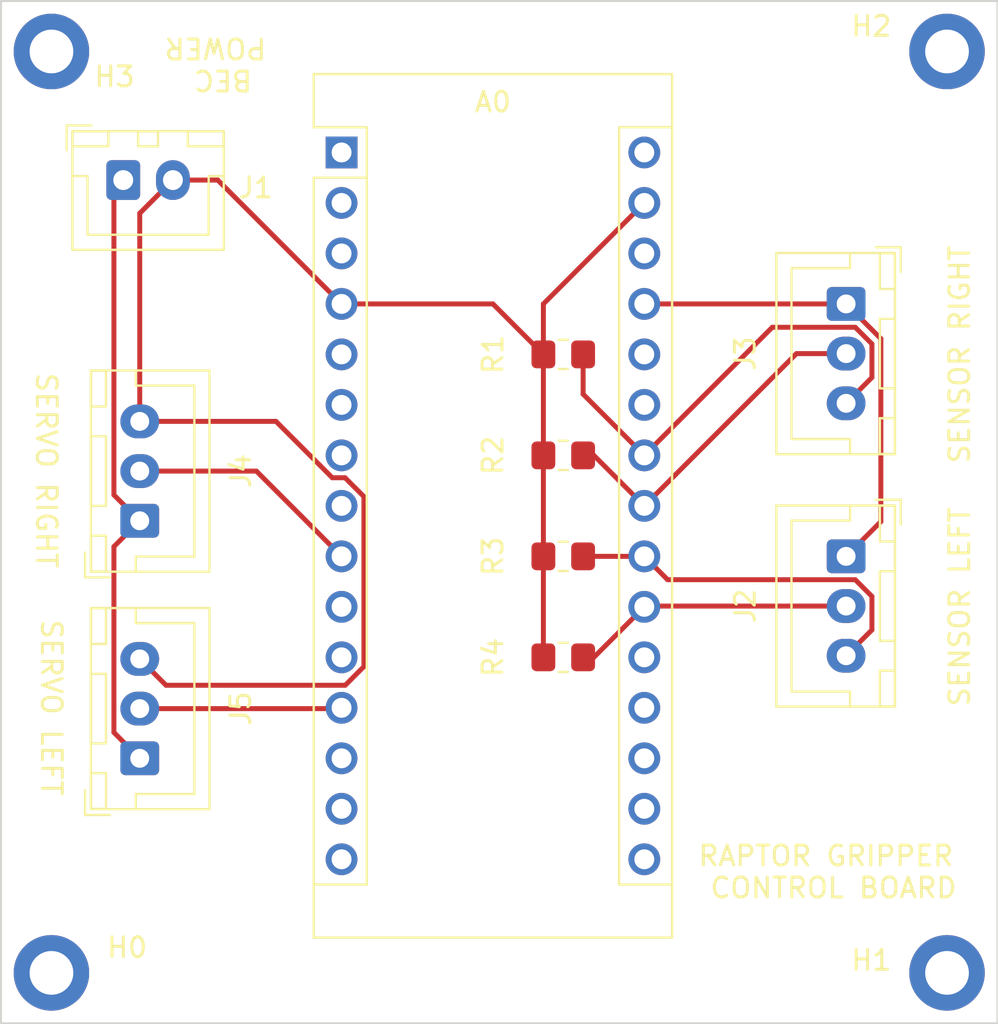
<source format=kicad_pcb>
(kicad_pcb (version 20211014) (generator pcbnew)
  (layers (0 "F.Cu" signal) (31 "B.Cu" signal) (34 "B.Paste" user) (35 "F.Paste" user) (36 "B.SilkS" user "B.Silkscreen") (37 "F.SilkS" user "F.Silkscreen") (38 "B.Mask" user) (39 "F.Mask" user) (44 "Edge.Cuts" user))
  (net 0 "")
  (net 4 "Net-(J4-Pad3)")
  (net 9 "Net-(J4-Pad2)")
  (net 12 "Net-(J5-Pad2)")
  (net 21 "Net-(J2-Pad2)")
  (net 22 "Net-(J2-Pad3)")
  (net 23 "Net-(J3-Pad2)")
  (net 24 "Net-(J3-Pad3)")
  (net 27 "Net-(J2-Pad1)")
  (net 30 "Net-(J5-Pad1)")
  (footprint "MountingHole:MountingHole_2.2mm_M2_DIN965_Pad_TopBottom" (layer "F.Cu") (at 79.375 45.72)
    (fp_text reference "H3" (at 3.175 1.27) (layer "F.SilkS"))
    (fp_text value "MountingHole")
    (pad "1" connect circle (at 0 0) (size 3.8 3.8) (layers "F.Cu" "F.Mask"))
    (pad "1" thru_hole circle (at 0 0) (size 2.6 2.6) (drill 2.2) (layers *.Cu *.Mask))
    (pad "1" connect circle (at 0 0) (size 3.8 3.8) (layers "B.Cu" "B.Mask"))
  )
  (footprint "Resistor_SMD:R_0805_2012Metric_Pad1.20x1.40mm_HandSolder" (layer "F.Cu") (at 105.14 76.2 180)
    (fp_text reference "R4" (at 3.54 0 90) (layer "F.SilkS"))
    (fp_text value "2.7k")
    (fp_line (start -0.227064 0.735) (end 0.227064 0.735) (layer "F.SilkS") (width 0.12))
    (fp_line (start -0.227064 -0.735) (end 0.227064 -0.735) (layer "F.SilkS") (width 0.12))
    (pad "1" smd roundrect (at -1 0 180) (size 1.2 1.4) (layers "F.Cu" "F.Paste" "F.Mask") (roundrect_rratio 0.2083333333) (net 21 "Net-(J2-Pad2)"))
    (pad "2" smd roundrect (at 1 0 180) (size 1.2 1.4) (layers "F.Cu" "F.Paste" "F.Mask") (roundrect_rratio 0.2083333333) (net 4 "Net-(J4-Pad3)"))
  )
  (footprint "MountingHole:MountingHole_2.2mm_M2_DIN965_Pad_TopBottom" (layer "F.Cu") (at 124.46 45.72)
    (fp_text reference "H2" (at -3.81 -1.27) (layer "F.SilkS"))
    (fp_text value "MountingHole")
    (pad "1" connect circle (at 0 0) (size 3.8 3.8) (layers "F.Cu" "F.Mask"))
    (pad "1" thru_hole circle (at 0 0) (size 2.6 2.6) (drill 2.2) (layers *.Cu *.Mask))
    (pad "1" connect circle (at 0 0) (size 3.8 3.8) (layers "B.Cu" "B.Mask"))
  )
  (footprint "MountingHole:MountingHole_2.2mm_M2_DIN965_Pad_TopBottom" (layer "F.Cu") (at 124.46 92.075)
    (fp_text reference "H1" (at -3.81 -0.635) (layer "F.SilkS"))
    (fp_text value "MountingHole")
    (pad "1" connect circle (at 0 0) (size 3.8 3.8) (layers "F.Cu" "F.Mask"))
    (pad "1" thru_hole circle (at 0 0) (size 2.6 2.6) (drill 2.2) (layers *.Cu *.Mask))
    (pad "1" connect circle (at 0 0) (size 3.8 3.8) (layers "B.Cu" "B.Mask"))
  )
  (footprint "Connector_JST:JST_XH_B2B-XH-A_1x02_P2.50mm_Vertical" (layer "F.Cu") (at 82.99 52.19)
    (fp_text reference "J1" (at 6.672 0.388) (layer "F.SilkS"))
    (fp_text value "Conn_01x02")
    (fp_line (start 5.05 -2.45) (end 3.25 -2.45) (layer "F.SilkS") (width 0.12))
    (fp_line (start -2.55 -0.2) (end -1.8 -0.2) (layer "F.SilkS") (width 0.12))
    (fp_line (start 5.05 -1.7) (end 5.05 -2.45) (layer "F.SilkS") (width 0.12))
    (fp_line (start -1.8 -0.2) (end -1.8 2.75) (layer "F.SilkS") (width 0.12))
    (fp_line (start 1.75 -1.7) (end 1.75 -2.45) (layer "F.SilkS") (width 0.12))
    (fp_line (start -1.6 -2.75) (end -2.85 -2.75) (layer "F.SilkS") (width 0.12))
    (fp_line (start 3.25 -2.45) (end 3.25 -1.7) (layer "F.SilkS") (width 0.12))
    (fp_line (start -2.55 -1.7) (end -0.75 -1.7) (layer "F.SilkS") (width 0.12))
    (fp_line (start 4.3 2.75) (end 1.25 2.75) (layer "F.SilkS") (width 0.12))
    (fp_line (start -2.56 -2.46) (end -2.56 3.51) (layer "F.SilkS") (width 0.12))
    (fp_line (start 0.75 -1.7) (end 1.75 -1.7) (layer "F.SilkS") (width 0.12))
    (fp_line (start 1.75 -2.45) (end 0.75 -2.45) (layer "F.SilkS") (width 0.12))
    (fp_line (start -1.8 2.75) (end 1.25 2.75) (layer "F.SilkS") (width 0.12))
    (fp_line (start 4.3 -0.2) (end 4.3 2.75) (layer "F.SilkS") (width 0.12))
    (fp_line (start -2.56 3.51) (end 5.06 3.51) (layer "F.SilkS") (width 0.12))
    (fp_line (start 5.06 -2.46) (end -2.56 -2.46) (layer "F.SilkS") (width 0.12))
    (fp_line (start -2.55 -2.45) (end -2.55 -1.7) (layer "F.SilkS") (width 0.12))
    (fp_line (start -0.75 -1.7) (end -0.75 -2.45) (layer "F.SilkS") (width 0.12))
    (fp_line (start -0.75 -2.45) (end -2.55 -2.45) (layer "F.SilkS") (width 0.12))
    (fp_line (start 5.06 3.51) (end 5.06 -2.46) (layer "F.SilkS") (width 0.12))
    (fp_line (start 0.75 -2.45) (end 0.75 -1.7) (layer "F.SilkS") (width 0.12))
    (fp_line (start 5.05 -0.2) (end 4.3 -0.2) (layer "F.SilkS") (width 0.12))
    (fp_line (start 3.25 -1.7) (end 5.05 -1.7) (layer "F.SilkS") (width 0.12))
    (fp_line (start -2.85 -2.75) (end -2.85 -1.5) (layer "F.SilkS") (width 0.12))
    (pad "1" thru_hole roundrect (at 0 0) (size 1.7 2) (drill 1) (layers *.Cu *.Mask) (roundrect_rratio 0.1470588235) (net 30 "Net-(J5-Pad1)"))
    (pad "2" thru_hole oval (at 2.5 0) (size 1.7 2) (drill 1) (layers *.Cu *.Mask) (net 4 "Net-(J4-Pad3)"))
  )
  (footprint "Resistor_SMD:R_0805_2012Metric_Pad1.20x1.40mm_HandSolder" (layer "F.Cu") (at 105.14 66.04 180)
    (fp_text reference "R2" (at 3.54 0 90) (layer "F.SilkS"))
    (fp_text value "2.7k")
    (fp_line (start -0.227064 -0.735) (end 0.227064 -0.735) (layer "F.SilkS") (width 0.12))
    (fp_line (start -0.227064 0.735) (end 0.227064 0.735) (layer "F.SilkS") (width 0.12))
    (pad "1" smd roundrect (at -1 0 180) (size 1.2 1.4) (layers "F.Cu" "F.Paste" "F.Mask") (roundrect_rratio 0.2083333333) (net 23 "Net-(J3-Pad2)"))
    (pad "2" smd roundrect (at 1 0 180) (size 1.2 1.4) (layers "F.Cu" "F.Paste" "F.Mask") (roundrect_rratio 0.2083333333) (net 4 "Net-(J4-Pad3)"))
  )
  (footprint "Connector_JST:JST_XH_B3B-XH-A_1x03_P2.50mm_Vertical" (layer "F.Cu") (at 83.82 81.28 90)
    (fp_text reference "J5" (at 2.5 5.08 90) (layer "F.SilkS"))
    (fp_text value "Conn_01x03")
    (fp_line (start 6.8 2.75) (end 2.5 2.75) (layer "F.SilkS") (width 0.12))
    (fp_line (start -0.75 -1.7) (end -0.75 -2.45) (layer "F.SilkS") (width 0.12))
    (fp_line (start -1.8 2.75) (end 2.5 2.75) (layer "F.SilkS") (width 0.12))
    (fp_line (start -1.8 -0.2) (end -1.8 2.75) (layer "F.SilkS") (width 0.12))
    (fp_line (start 0.75 -2.45) (end 0.75 -1.7) (layer "F.SilkS") (width 0.12))
    (fp_line (start 7.55 -0.2) (end 6.8 -0.2) (layer "F.SilkS") (width 0.12))
    (fp_line (start -2.56 -2.46) (end -2.56 3.51) (layer "F.SilkS") (width 0.12))
    (fp_line (start -2.56 3.51) (end 7.56 3.51) (layer "F.SilkS") (width 0.12))
    (fp_line (start 0.75 -1.7) (end 4.25 -1.7) (layer "F.SilkS") (width 0.12))
    (fp_line (start -2.55 -1.7) (end -0.75 -1.7) (layer "F.SilkS") (width 0.12))
    (fp_line (start -2.55 -2.45) (end -2.55 -1.7) (layer "F.SilkS") (width 0.12))
    (fp_line (start -2.55 -0.2) (end -1.8 -0.2) (layer "F.SilkS") (width 0.12))
    (fp_line (start -0.75 -2.45) (end -2.55 -2.45) (layer "F.SilkS") (width 0.12))
    (fp_line (start 5.75 -1.7) (end 7.55 -1.7) (layer "F.SilkS") (width 0.12))
    (fp_line (start -1.6 -2.75) (end -2.85 -2.75) (layer "F.SilkS") (width 0.12))
    (fp_line (start 4.25 -1.7) (end 4.25 -2.45) (layer "F.SilkS") (width 0.12))
    (fp_line (start 7.56 -2.46) (end -2.56 -2.46) (layer "F.SilkS") (width 0.12))
    (fp_line (start -2.85 -2.75) (end -2.85 -1.5) (layer "F.SilkS") (width 0.12))
    (fp_line (start 5.75 -2.45) (end 5.75 -1.7) (layer "F.SilkS") (width 0.12))
    (fp_line (start 7.56 3.51) (end 7.56 -2.46) (layer "F.SilkS") (width 0.12))
    (fp_line (start 7.55 -2.45) (end 5.75 -2.45) (layer "F.SilkS") (width 0.12))
    (fp_line (start 7.55 -1.7) (end 7.55 -2.45) (layer "F.SilkS") (width 0.12))
    (fp_line (start 6.8 -0.2) (end 6.8 2.75) (layer "F.SilkS") (width 0.12))
    (fp_line (start 4.25 -2.45) (end 0.75 -2.45) (layer "F.SilkS") (width 0.12))
    (pad "1" thru_hole roundrect (at 0 0 90) (size 1.7 1.95) (drill 0.95) (layers *.Cu *.Mask) (roundrect_rratio 0.1470588235) (net 30 "Net-(J5-Pad1)"))
    (pad "2" thru_hole oval (at 2.5 0 90) (size 1.7 1.95) (drill 0.95) (layers *.Cu *.Mask) (net 12 "Net-(J5-Pad2)"))
    (pad "3" thru_hole oval (at 5 0 90) (size 1.7 1.95) (drill 0.95) (layers *.Cu *.Mask) (net 4 "Net-(J4-Pad3)"))
  )
  (footprint "Connector_JST:JST_XH_B3B-XH-A_1x03_P2.50mm_Vertical" (layer "F.Cu") (at 119.38 58.42 -90)
    (fp_text reference "J3" (at 2.5 5.08 90) (layer "F.SilkS"))
    (fp_text value "Conn_01x03")
    (fp_line (start -0.75 -2.45) (end -2.55 -2.45) (layer "F.SilkS") (width 0.12))
    (fp_line (start -2.55 -0.2) (end -1.8 -0.2) (layer "F.SilkS") (width 0.12))
    (fp_line (start -2.55 -1.7) (end -0.75 -1.7) (layer "F.SilkS") (width 0.12))
    (fp_line (start -0.75 -1.7) (end -0.75 -2.45) (layer "F.SilkS") (width 0.12))
    (fp_line (start -1.8 -0.2) (end -1.8 2.75) (layer "F.SilkS") (width 0.12))
    (fp_line (start -2.55 -2.45) (end -2.55 -1.7) (layer "F.SilkS") (width 0.12))
    (fp_line (start 7.56 -2.46) (end -2.56 -2.46) (layer "F.SilkS") (width 0.12))
    (fp_line (start 7.55 -1.7) (end 7.55 -2.45) (layer "F.SilkS") (width 0.12))
    (fp_line (start 6.8 -0.2) (end 6.8 2.75) (layer "F.SilkS") (width 0.12))
    (fp_line (start -2.56 -2.46) (end -2.56 3.51) (layer "F.SilkS") (width 0.12))
    (fp_line (start -1.8 2.75) (end 2.5 2.75) (layer "F.SilkS") (width 0.12))
    (fp_line (start 5.75 -2.45) (end 5.75 -1.7) (layer "F.SilkS") (width 0.12))
    (fp_line (start 0.75 -1.7) (end 4.25 -1.7) (layer "F.SilkS") (width 0.12))
    (fp_line (start -2.56 3.51) (end 7.56 3.51) (layer "F.SilkS") (width 0.12))
    (fp_line (start 4.25 -1.7) (end 4.25 -2.45) (layer "F.SilkS") (width 0.12))
    (fp_line (start -2.85 -2.75) (end -2.85 -1.5) (layer "F.SilkS") (width 0.12))
    (fp_line (start 4.25 -2.45) (end 0.75 -2.45) (layer "F.SilkS") (width 0.12))
    (fp_line (start -1.6 -2.75) (end -2.85 -2.75) (layer "F.SilkS") (width 0.12))
    (fp_line (start 6.8 2.75) (end 2.5 2.75) (layer "F.SilkS") (width 0.12))
    (fp_line (start 7.55 -2.45) (end 5.75 -2.45) (layer "F.SilkS") (width 0.12))
    (fp_line (start 7.55 -0.2) (end 6.8 -0.2) (layer "F.SilkS") (width 0.12))
    (fp_line (start 7.56 3.51) (end 7.56 -2.46) (layer "F.SilkS") (width 0.12))
    (fp_line (start 0.75 -2.45) (end 0.75 -1.7) (layer "F.SilkS") (width 0.12))
    (fp_line (start 5.75 -1.7) (end 7.55 -1.7) (layer "F.SilkS") (width 0.12))
    (pad "1" thru_hole roundrect (at 0 0 270) (size 1.7 1.95) (drill 0.95) (layers *.Cu *.Mask) (roundrect_rratio 0.1470588235) (net 27 "Net-(J2-Pad1)"))
    (pad "2" thru_hole oval (at 2.5 0 270) (size 1.7 1.95) (drill 0.95) (layers *.Cu *.Mask) (net 23 "Net-(J3-Pad2)"))
    (pad "3" thru_hole oval (at 5 0 270) (size 1.7 1.95) (drill 0.95) (layers *.Cu *.Mask) (net 24 "Net-(J3-Pad3)"))
  )
  (footprint "Module:Arduino_Nano" (layer "F.Cu") (at 93.98 50.8)
    (fp_text reference "A0" (at 7.62 -2.54) (layer "F.SilkS"))
    (fp_text value "Arduino_Nano_Every")
    (fp_line (start 1.27 -1.27) (end -1.4 -1.27) (layer "F.SilkS") (width 0.12))
    (fp_line (start 1.27 1.27) (end 1.27 -1.27) (layer "F.SilkS") (width 0.12))
    (fp_line (start -1.4 39.5) (end 16.64 39.5) (layer "F.SilkS") (width 0.12))
    (fp_line (start 13.97 36.83) (end 16.64 36.83) (layer "F.SilkS") (width 0.12))
    (fp_line (start 1.27 36.83) (end -1.4 36.83) (layer "F.SilkS") (width 0.12))
    (fp_line (start 16.64 39.5) (end 16.64 -3.94) (layer "F.SilkS") (width 0.12))
    (fp_line (start 16.64 -3.94) (end -1.4 -3.94) (layer "F.SilkS") (width 0.12))
    (fp_line (start 13.97 -1.27) (end 16.64 -1.27) (layer "F.SilkS") (width 0.12))
    (fp_line (start -1.4 1.27) (end -1.4 39.5) (layer "F.SilkS") (width 0.12))
    (fp_line (start 1.27 1.27) (end -1.4 1.27) (layer "F.SilkS") (width 0.12))
    (fp_line (start 13.97 -1.27) (end 13.97 36.83) (layer "F.SilkS") (width 0.12))
    (fp_line (start -1.4 -3.94) (end -1.4 -1.27) (layer "F.SilkS") (width 0.12))
    (fp_line (start 1.27 1.27) (end 1.27 36.83) (layer "F.SilkS") (width 0.12))
    (pad "1" thru_hole rect (at 0 0) (size 1.6 1.6) (drill 1) (layers *.Cu *.Mask))
    (pad "2" thru_hole oval (at 0 2.54) (size 1.6 1.6) (drill 1) (layers *.Cu *.Mask))
    (pad "3" thru_hole oval (at 0 5.08) (size 1.6 1.6) (drill 1) (layers *.Cu *.Mask))
    (pad "4" thru_hole oval (at 0 7.62) (size 1.6 1.6) (drill 1) (layers *.Cu *.Mask) (net 4 "Net-(J4-Pad3)"))
    (pad "5" thru_hole oval (at 0 10.16) (size 1.6 1.6) (drill 1) (layers *.Cu *.Mask))
    (pad "6" thru_hole oval (at 0 12.7) (size 1.6 1.6) (drill 1) (layers *.Cu *.Mask))
    (pad "7" thru_hole oval (at 0 15.24) (size 1.6 1.6) (drill 1) (layers *.Cu *.Mask))
    (pad "8" thru_hole oval (at 0 17.78) (size 1.6 1.6) (drill 1) (layers *.Cu *.Mask))
    (pad "9" thru_hole oval (at 0 20.32) (size 1.6 1.6) (drill 1) (layers *.Cu *.Mask) (net 9 "Net-(J4-Pad2)"))
    (pad "10" thru_hole oval (at 0 22.86) (size 1.6 1.6) (drill 1) (layers *.Cu *.Mask))
    (pad "11" thru_hole oval (at 0 25.4) (size 1.6 1.6) (drill 1) (layers *.Cu *.Mask))
    (pad "12" thru_hole oval (at 0 27.94) (size 1.6 1.6) (drill 1) (layers *.Cu *.Mask) (net 12 "Net-(J5-Pad2)"))
    (pad "13" thru_hole oval (at 0 30.48) (size 1.6 1.6) (drill 1) (layers *.Cu *.Mask))
    (pad "14" thru_hole oval (at 0 33.02) (size 1.6 1.6) (drill 1) (layers *.Cu *.Mask))
    (pad "15" thru_hole oval (at 0 35.56) (size 1.6 1.6) (drill 1) (layers *.Cu *.Mask))
    (pad "16" thru_hole oval (at 15.24 35.56) (size 1.6 1.6) (drill 1) (layers *.Cu *.Mask))
    (pad "17" thru_hole oval (at 15.24 33.02) (size 1.6 1.6) (drill 1) (layers *.Cu *.Mask))
    (pad "18" thru_hole oval (at 15.24 30.48) (size 1.6 1.6) (drill 1) (layers *.Cu *.Mask))
    (pad "19" thru_hole oval (at 15.24 27.94) (size 1.6 1.6) (drill 1) (layers *.Cu *.Mask))
    (pad "20" thru_hole oval (at 15.24 25.4) (size 1.6 1.6) (drill 1) (layers *.Cu *.Mask))
    (pad "21" thru_hole oval (at 15.24 22.86) (size 1.6 1.6) (drill 1) (layers *.Cu *.Mask) (net 21 "Net-(J2-Pad2)"))
    (pad "22" thru_hole oval (at 15.24 20.32) (size 1.6 1.6) (drill 1) (layers *.Cu *.Mask) (net 22 "Net-(J2-Pad3)"))
    (pad "23" thru_hole oval (at 15.24 17.78) (size 1.6 1.6) (drill 1) (layers *.Cu *.Mask) (net 23 "Net-(J3-Pad2)"))
    (pad "24" thru_hole oval (at 15.24 15.24) (size 1.6 1.6) (drill 1) (layers *.Cu *.Mask) (net 24 "Net-(J3-Pad3)"))
    (pad "25" thru_hole oval (at 15.24 12.7) (size 1.6 1.6) (drill 1) (layers *.Cu *.Mask))
    (pad "26" thru_hole oval (at 15.24 10.16) (size 1.6 1.6) (drill 1) (layers *.Cu *.Mask))
    (pad "27" thru_hole oval (at 15.24 7.62) (size 1.6 1.6) (drill 1) (layers *.Cu *.Mask) (net 27 "Net-(J2-Pad1)"))
    (pad "28" thru_hole oval (at 15.24 5.08) (size 1.6 1.6) (drill 1) (layers *.Cu *.Mask))
    (pad "29" thru_hole oval (at 15.24 2.54) (size 1.6 1.6) (drill 1) (layers *.Cu *.Mask) (net 4 "Net-(J4-Pad3)"))
    (pad "30" thru_hole oval (at 15.24 0) (size 1.6 1.6) (drill 1) (layers *.Cu *.Mask))
  )
  (footprint "MountingHole:MountingHole_2.2mm_M2_DIN965_Pad_TopBottom" (layer "F.Cu") (at 79.375 92.075)
    (fp_text reference "H0" (at 3.81 -1.27) (layer "F.SilkS"))
    (fp_text value "MountingHole")
    (pad "1" connect circle (at 0 0) (size 3.8 3.8) (layers "B.Cu" "B.Mask"))
    (pad "1" thru_hole circle (at 0 0) (size 2.6 2.6) (drill 2.2) (layers *.Cu *.Mask))
    (pad "1" connect circle (at 0 0) (size 3.8 3.8) (layers "F.Cu" "F.Mask"))
  )
  (footprint "Resistor_SMD:R_0805_2012Metric_Pad1.20x1.40mm_HandSolder" (layer "F.Cu") (at 105.14 60.96 180)
    (fp_text reference "R1" (at 3.54 0 90) (layer "F.SilkS"))
    (fp_text value "2.7k")
    (fp_line (start -0.227064 0.735) (end 0.227064 0.735) (layer "F.SilkS") (width 0.12))
    (fp_line (start -0.227064 -0.735) (end 0.227064 -0.735) (layer "F.SilkS") (width 0.12))
    (pad "1" smd roundrect (at -1 0 180) (size 1.2 1.4) (layers "F.Cu" "F.Paste" "F.Mask") (roundrect_rratio 0.2083333333) (net 24 "Net-(J3-Pad3)"))
    (pad "2" smd roundrect (at 1 0 180) (size 1.2 1.4) (layers "F.Cu" "F.Paste" "F.Mask") (roundrect_rratio 0.2083333333) (net 4 "Net-(J4-Pad3)"))
  )
  (footprint "Connector_JST:JST_XH_B3B-XH-A_1x03_P2.50mm_Vertical" (layer "F.Cu") (at 119.38 71.12 -90)
    (fp_text reference "J2" (at 2.5 5.08 90) (layer "F.SilkS"))
    (fp_text value "Conn_01x03")
    (fp_line (start -2.55 -2.45) (end -2.55 -1.7) (layer "F.SilkS") (width 0.12))
    (fp_line (start -1.8 -0.2) (end -1.8 2.75) (layer "F.SilkS") (width 0.12))
    (fp_line (start 6.8 2.75) (end 2.5 2.75) (layer "F.SilkS") (width 0.12))
    (fp_line (start 7.56 -2.46) (end -2.56 -2.46) (layer "F.SilkS") (width 0.12))
    (fp_line (start 4.25 -1.7) (end 4.25 -2.45) (layer "F.SilkS") (width 0.12))
    (fp_line (start 0.75 -2.45) (end 0.75 -1.7) (layer "F.SilkS") (width 0.12))
    (fp_line (start 4.25 -2.45) (end 0.75 -2.45) (layer "F.SilkS") (width 0.12))
    (fp_line (start -0.75 -1.7) (end -0.75 -2.45) (layer "F.SilkS") (width 0.12))
    (fp_line (start -1.6 -2.75) (end -2.85 -2.75) (layer "F.SilkS") (width 0.12))
    (fp_line (start 7.55 -0.2) (end 6.8 -0.2) (layer "F.SilkS") (width 0.12))
    (fp_line (start -1.8 2.75) (end 2.5 2.75) (layer "F.SilkS") (width 0.12))
    (fp_line (start -2.55 -1.7) (end -0.75 -1.7) (layer "F.SilkS") (width 0.12))
    (fp_line (start -2.56 -2.46) (end -2.56 3.51) (layer "F.SilkS") (width 0.12))
    (fp_line (start 5.75 -1.7) (end 7.55 -1.7) (layer "F.SilkS") (width 0.12))
    (fp_line (start -0.75 -2.45) (end -2.55 -2.45) (layer "F.SilkS") (width 0.12))
    (fp_line (start 7.55 -1.7) (end 7.55 -2.45) (layer "F.SilkS") (width 0.12))
    (fp_line (start 6.8 -0.2) (end 6.8 2.75) (layer "F.SilkS") (width 0.12))
    (fp_line (start 0.75 -1.7) (end 4.25 -1.7) (layer "F.SilkS") (width 0.12))
    (fp_line (start 7.56 3.51) (end 7.56 -2.46) (layer "F.SilkS") (width 0.12))
    (fp_line (start -2.55 -0.2) (end -1.8 -0.2) (layer "F.SilkS") (width 0.12))
    (fp_line (start -2.85 -2.75) (end -2.85 -1.5) (layer "F.SilkS") (width 0.12))
    (fp_line (start -2.56 3.51) (end 7.56 3.51) (layer "F.SilkS") (width 0.12))
    (fp_line (start 5.75 -2.45) (end 5.75 -1.7) (layer "F.SilkS") (width 0.12))
    (fp_line (start 7.55 -2.45) (end 5.75 -2.45) (layer "F.SilkS") (width 0.12))
    (pad "1" thru_hole roundrect (at 0 0 270) (size 1.7 1.95) (drill 0.95) (layers *.Cu *.Mask) (roundrect_rratio 0.1470588235) (net 27 "Net-(J2-Pad1)"))
    (pad "2" thru_hole oval (at 2.5 0 270) (size 1.7 1.95) (drill 0.95) (layers *.Cu *.Mask) (net 21 "Net-(J2-Pad2)"))
    (pad "3" thru_hole oval (at 5 0 270) (size 1.7 1.95) (drill 0.95) (layers *.Cu *.Mask) (net 22 "Net-(J2-Pad3)"))
  )
  (footprint "Connector_JST:JST_XH_B3B-XH-A_1x03_P2.50mm_Vertical" (layer "F.Cu") (at 83.82 69.33 90)
    (fp_text reference "J4" (at 2.5 5.08 90) (layer "F.SilkS"))
    (fp_text value "Conn_01x03")
    (fp_line (start 0.75 -2.45) (end 0.75 -1.7) (layer "F.SilkS") (width 0.12))
    (fp_line (start -1.6 -2.75) (end -2.85 -2.75) (layer "F.SilkS") (width 0.12))
    (fp_line (start 4.25 -2.45) (end 0.75 -2.45) (layer "F.SilkS") (width 0.12))
    (fp_line (start -2.56 -2.46) (end -2.56 3.51) (layer "F.SilkS") (width 0.12))
    (fp_line (start -0.75 -2.45) (end -2.55 -2.45) (layer "F.SilkS") (width 0.12))
    (fp_line (start 7.55 -0.2) (end 6.8 -0.2) (layer "F.SilkS") (width 0.12))
    (fp_line (start 7.56 -2.46) (end -2.56 -2.46) (layer "F.SilkS") (width 0.12))
    (fp_line (start 5.75 -2.45) (end 5.75 -1.7) (layer "F.SilkS") (width 0.12))
    (fp_line (start 0.75 -1.7) (end 4.25 -1.7) (layer "F.SilkS") (width 0.12))
    (fp_line (start 5.75 -1.7) (end 7.55 -1.7) (layer "F.SilkS") (width 0.12))
    (fp_line (start 7.55 -1.7) (end 7.55 -2.45) (layer "F.SilkS") (width 0.12))
    (fp_line (start 4.25 -1.7) (end 4.25 -2.45) (layer "F.SilkS") (width 0.12))
    (fp_line (start -1.8 -0.2) (end -1.8 2.75) (layer "F.SilkS") (width 0.12))
    (fp_line (start -2.56 3.51) (end 7.56 3.51) (layer "F.SilkS") (width 0.12))
    (fp_line (start 6.8 -0.2) (end 6.8 2.75) (layer "F.SilkS") (width 0.12))
    (fp_line (start 7.55 -2.45) (end 5.75 -2.45) (layer "F.SilkS") (width 0.12))
    (fp_line (start -0.75 -1.7) (end -0.75 -2.45) (layer "F.SilkS") (width 0.12))
    (fp_line (start -2.55 -0.2) (end -1.8 -0.2) (layer "F.SilkS") (width 0.12))
    (fp_line (start -2.55 -1.7) (end -0.75 -1.7) (layer "F.SilkS") (width 0.12))
    (fp_line (start 7.56 3.51) (end 7.56 -2.46) (layer "F.SilkS") (width 0.12))
    (fp_line (start 6.8 2.75) (end 2.5 2.75) (layer "F.SilkS") (width 0.12))
    (fp_line (start -2.55 -2.45) (end -2.55 -1.7) (layer "F.SilkS") (width 0.12))
    (fp_line (start -2.85 -2.75) (end -2.85 -1.5) (layer "F.SilkS") (width 0.12))
    (fp_line (start -1.8 2.75) (end 2.5 2.75) (layer "F.SilkS") (width 0.12))
    (pad "1" thru_hole roundrect (at 0 0 90) (size 1.7 1.95) (drill 0.95) (layers *.Cu *.Mask) (roundrect_rratio 0.1470588235) (net 30 "Net-(J5-Pad1)"))
    (pad "2" thru_hole oval (at 2.5 0 90) (size 1.7 1.95) (drill 0.95) (layers *.Cu *.Mask) (net 9 "Net-(J4-Pad2)"))
    (pad "3" thru_hole oval (at 5 0 90) (size 1.7 1.95) (drill 0.95) (layers *.Cu *.Mask) (net 4 "Net-(J4-Pad3)"))
  )
  (footprint "Resistor_SMD:R_0805_2012Metric_Pad1.20x1.40mm_HandSolder" (layer "F.Cu") (at 105.14 71.12 180)
    (fp_text reference "R3" (at 3.54 0 90) (layer "F.SilkS"))
    (fp_text value "2.7k")
    (fp_line (start -0.227064 0.735) (end 0.227064 0.735) (layer "F.SilkS") (width 0.12))
    (fp_line (start -0.227064 -0.735) (end 0.227064 -0.735) (layer "F.SilkS") (width 0.12))
    (pad "1" smd roundrect (at -1 0 180) (size 1.2 1.4) (layers "F.Cu" "F.Paste" "F.Mask") (roundrect_rratio 0.2083333333) (net 22 "Net-(J2-Pad3)"))
    (pad "2" smd roundrect (at 1 0 180) (size 1.2 1.4) (layers "F.Cu" "F.Paste" "F.Mask") (roundrect_rratio 0.2083333333) (net 4 "Net-(J4-Pad3)"))
  )
  (gr_rect (start 76.835 43.18) (end 127 94.615) (layer "Edge.Cuts") (width 0.1) (fill none))
  (gr_text "SENSOR LEFT" (at 125.095 73.66 90) (layer "F.SilkS") (effects (font (size 1 1))))
  (gr_text "SERVO LEFT" (at 79.375 78.74 270) (layer "F.SilkS") (effects (font (size 1 1))))
  (gr_text "RAPTOR GRIPPER \nCONTROL BOARD\n" (at 118.745 86.995) (layer "F.SilkS") (effects (font (size 1 1))))
  (gr_text "BEC \nPOWER" (at 87.63 46.355 180) (layer "F.SilkS") (effects (font (size 1 1))))
  (gr_text "SENSOR RIGHT" (at 125.095 60.96 90) (layer "F.SilkS") (effects (font (size 1 1))))
  (gr_text "SERVO RIGHT" (at 79.121 66.802 270) (layer "F.SilkS") (effects (font (size 1 1))))
  (segment (start 104.14 60.96) (end 104.14 58.42) (width 0.25) (layer "F.Cu") (net 4))
  (segment (start 87.75 52.19) (end 93.98 58.42) (width 0.25) (layer "F.Cu") (net 4))
  (segment (start 90.6797 64.33) (end 93.514211 67.164511) (width 0.25) (layer "F.Cu") (net 4))
  (segment (start 93.514211 67.164511) (end 94.154811 67.164511) (width 0.25) (layer "F.Cu") (net 4))
  (segment (start 101.6 58.42) (end 93.98 58.42) (width 0.25) (layer "F.Cu") (net 4))
  (segment (start 104.14 60.96) (end 104.14 66.04) (width 0.25) (layer "F.Cu") (net 4))
  (segment (start 104.14 60.96) (end 101.6 58.42) (width 0.25) (layer "F.Cu") (net 4))
  (segment (start 83.82 64.33) (end 90.6797 64.33) (width 0.25) (layer "F.Cu") (net 4))
  (segment (start 85.14548 77.60548) (end 83.82 76.28) (width 0.25) (layer "F.Cu") (net 4))
  (segment (start 104.14 76.2) (end 104.14 71.12) (width 0.25) (layer "F.Cu") (net 4))
  (segment (start 94.16482 77.60548) (end 85.14548 77.60548) (width 0.25) (layer "F.Cu") (net 4))
  (segment (start 94.154811 67.164511) (end 95.104511 68.114211) (width 0.25) (layer "F.Cu") (net 4))
  (segment (start 104.14 71.12) (end 104.14 66.04) (width 0.25) (layer "F.Cu") (net 4))
  (segment (start 95.104511 68.114211) (end 95.104511 76.665789) (width 0.25) (layer "F.Cu") (net 4))
  (segment (start 95.104511 76.665789) (end 94.16482 77.60548) (width 0.25) (layer "F.Cu") (net 4))
  (segment (start 83.82 53.86) (end 85.49 52.19) (width 0.25) (layer "F.Cu") (net 4))
  (segment (start 85.49 52.19) (end 87.75 52.19) (width 0.25) (layer "F.Cu") (net 4))
  (segment (start 83.82 64.33) (end 83.82 53.86) (width 0.25) (layer "F.Cu") (net 4))
  (segment (start 104.14 58.42) (end 109.22 53.34) (width 0.25) (layer "F.Cu") (net 4))
  (segment (start 83.82 66.83) (end 89.69 66.83) (width 0.25) (layer "F.Cu") (net 9))
  (segment (start 89.69 66.83) (end 93.98 71.12) (width 0.25) (layer "F.Cu") (net 9))
  (segment (start 83.82 78.78) (end 93.94 78.78) (width 0.25) (layer "F.Cu") (net 12))
  (segment (start 93.94 78.78) (end 93.98 78.74) (width 0.25) (layer "F.Cu") (net 12))
  (segment (start 106.68 76.2) (end 109.22 73.66) (width 0.25) (layer "F.Cu") (net 21))
  (segment (start 109.26 73.62) (end 109.22 73.66) (width 0.25) (layer "F.Cu") (net 21))
  (segment (start 106.14 76.2) (end 106.68 76.2) (width 0.25) (layer "F.Cu") (net 21))
  (segment (start 119.38 73.62) (end 109.26 73.62) (width 0.25) (layer "F.Cu") (net 21))
  (segment (start 119.840542 72.29452) (end 110.39452 72.29452) (width 0.25) (layer "F.Cu") (net 22))
  (segment (start 119.38 76.12) (end 120.67952 74.82048) (width 0.25) (layer "F.Cu") (net 22))
  (segment (start 120.67952 74.82048) (end 120.67952 73.133498) (width 0.25) (layer "F.Cu") (net 22))
  (segment (start 110.39452 72.29452) (end 109.22 71.12) (width 0.25) (layer "F.Cu") (net 22))
  (segment (start 120.67952 73.133498) (end 119.840542 72.29452) (width 0.25) (layer "F.Cu") (net 22))
  (segment (start 106.14 71.12) (end 109.22 71.12) (width 0.25) (layer "F.Cu") (net 22))
  (segment (start 106.14 66.04) (end 106.68 66.04) (width 0.25) (layer "F.Cu") (net 23))
  (segment (start 116.88 60.92) (end 109.22 68.58) (width 0.25) (layer "F.Cu") (net 23))
  (segment (start 106.68 66.04) (end 109.22 68.58) (width 0.25) (layer "F.Cu") (net 23))
  (segment (start 119.38 60.92) (end 116.88 60.92) (width 0.25) (layer "F.Cu") (net 23))
  (segment (start 120.67952 60.433498) (end 119.840542 59.59452) (width 0.25) (layer "F.Cu") (net 24))
  (segment (start 119.840542 59.59452) (end 115.66548 59.59452) (width 0.25) (layer "F.Cu") (net 24))
  (segment (start 115.66548 59.59452) (end 109.22 66.04) (width 0.25) (layer "F.Cu") (net 24))
  (segment (start 120.67952 62.12048) (end 120.67952 60.433498) (width 0.25) (layer "F.Cu") (net 24))
  (segment (start 119.38 63.42) (end 120.67952 62.12048) (width 0.25) (layer "F.Cu") (net 24))
  (segment (start 106.14 62.96) (end 109.22 66.04) (width 0.25) (layer "F.Cu") (net 24))
  (segment (start 106.14 60.96) (end 106.14 62.96) (width 0.25) (layer "F.Cu") (net 24))
  (segment (start 119.38 58.42) (end 121.12904 60.16904) (width 0.25) (layer "F.Cu") (net 27))
  (segment (start 109.22 58.42) (end 119.38 58.42) (width 0.25) (layer "F.Cu") (net 27))
  (segment (start 121.12904 69.37096) (end 119.38 71.12) (width 0.25) (layer "F.Cu") (net 27))
  (segment (start 121.12904 60.16904) (end 121.12904 69.37096) (width 0.25) (layer "F.Cu") (net 27))
  (segment (start 82.52048 70.62952) (end 82.52048 79.98048) (width 0.25) (layer "F.Cu") (net 30))
  (segment (start 82.99 52.19) (end 82.52048 52.65952) (width 0.25) (layer "F.Cu") (net 30))
  (segment (start 82.52048 68.03048) (end 83.82 69.33) (width 0.25) (layer "F.Cu") (net 30))
  (segment (start 82.52048 52.65952) (end 82.52048 68.03048) (width 0.25) (layer "F.Cu") (net 30))
  (segment (start 83.82 69.33) (end 82.52048 70.62952) (width 0.25) (layer "F.Cu") (net 30))
  (segment (start 82.52048 79.98048) (end 83.82 81.28) (width 0.25) (layer "F.Cu") (net 30))
)
</source>
